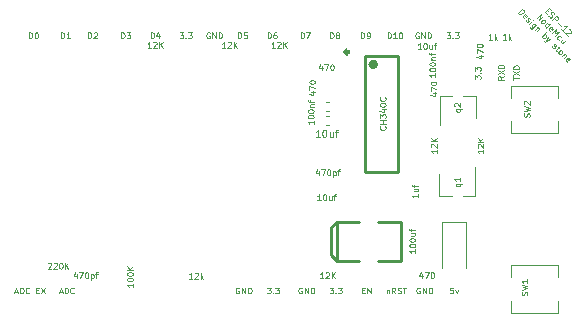
<source format=gbr>
%TF.GenerationSoftware,KiCad,Pcbnew,(6.0.0)*%
%TF.CreationDate,2022-01-20T22:55:17+08:00*%
%TF.ProjectId,NodeMcu,4e6f6465-4d63-4752-9e6b-696361645f70,rev?*%
%TF.SameCoordinates,Original*%
%TF.FileFunction,Legend,Top*%
%TF.FilePolarity,Positive*%
%FSLAX46Y46*%
G04 Gerber Fmt 4.6, Leading zero omitted, Abs format (unit mm)*
G04 Created by KiCad (PCBNEW (6.0.0)) date 2022-01-20 22:55:17*
%MOMM*%
%LPD*%
G01*
G04 APERTURE LIST*
%ADD10C,0.050000*%
%ADD11C,0.100000*%
%ADD12C,0.120000*%
%ADD13C,0.254000*%
%ADD14C,0.300000*%
%ADD15C,0.400000*%
G04 APERTURE END LIST*
D10*
X116819047Y-74850000D02*
X116771428Y-74826190D01*
X116700000Y-74826190D01*
X116628571Y-74850000D01*
X116580952Y-74897619D01*
X116557142Y-74945238D01*
X116533333Y-75040476D01*
X116533333Y-75111904D01*
X116557142Y-75207142D01*
X116580952Y-75254761D01*
X116628571Y-75302380D01*
X116700000Y-75326190D01*
X116747619Y-75326190D01*
X116819047Y-75302380D01*
X116842857Y-75278571D01*
X116842857Y-75111904D01*
X116747619Y-75111904D01*
X117057142Y-75326190D02*
X117057142Y-74826190D01*
X117342857Y-75326190D01*
X117342857Y-74826190D01*
X117580952Y-75326190D02*
X117580952Y-74826190D01*
X117700000Y-74826190D01*
X117771428Y-74850000D01*
X117819047Y-74897619D01*
X117842857Y-74945238D01*
X117866666Y-75040476D01*
X117866666Y-75111904D01*
X117842857Y-75207142D01*
X117819047Y-75254761D01*
X117771428Y-75302380D01*
X117700000Y-75326190D01*
X117580952Y-75326190D01*
X129628571Y-74826190D02*
X129390476Y-74826190D01*
X129366666Y-75064285D01*
X129390476Y-75040476D01*
X129438095Y-75016666D01*
X129557142Y-75016666D01*
X129604761Y-75040476D01*
X129628571Y-75064285D01*
X129652380Y-75111904D01*
X129652380Y-75230952D01*
X129628571Y-75278571D01*
X129604761Y-75302380D01*
X129557142Y-75326190D01*
X129438095Y-75326190D01*
X129390476Y-75302380D01*
X129366666Y-75278571D01*
X129819047Y-74992857D02*
X129938095Y-75326190D01*
X130057142Y-74992857D01*
X106476190Y-53226190D02*
X106785714Y-53226190D01*
X106619047Y-53416666D01*
X106690476Y-53416666D01*
X106738095Y-53440476D01*
X106761904Y-53464285D01*
X106785714Y-53511904D01*
X106785714Y-53630952D01*
X106761904Y-53678571D01*
X106738095Y-53702380D01*
X106690476Y-53726190D01*
X106547619Y-53726190D01*
X106500000Y-53702380D01*
X106476190Y-53678571D01*
X107000000Y-53678571D02*
X107023809Y-53702380D01*
X107000000Y-53726190D01*
X106976190Y-53702380D01*
X107000000Y-53678571D01*
X107000000Y-53726190D01*
X107190476Y-53226190D02*
X107500000Y-53226190D01*
X107333333Y-53416666D01*
X107404761Y-53416666D01*
X107452380Y-53440476D01*
X107476190Y-53464285D01*
X107500000Y-53511904D01*
X107500000Y-53630952D01*
X107476190Y-53678571D01*
X107452380Y-53702380D01*
X107404761Y-53726190D01*
X107261904Y-53726190D01*
X107214285Y-53702380D01*
X107190476Y-53678571D01*
X93730952Y-53726190D02*
X93730952Y-53226190D01*
X93850000Y-53226190D01*
X93921428Y-53250000D01*
X93969047Y-53297619D01*
X93992857Y-53345238D01*
X94016666Y-53440476D01*
X94016666Y-53511904D01*
X93992857Y-53607142D01*
X93969047Y-53654761D01*
X93921428Y-53702380D01*
X93850000Y-53726190D01*
X93730952Y-53726190D01*
X94326190Y-53226190D02*
X94373809Y-53226190D01*
X94421428Y-53250000D01*
X94445238Y-53273809D01*
X94469047Y-53321428D01*
X94492857Y-53416666D01*
X94492857Y-53535714D01*
X94469047Y-53630952D01*
X94445238Y-53678571D01*
X94421428Y-53702380D01*
X94373809Y-53726190D01*
X94326190Y-53726190D01*
X94278571Y-53702380D01*
X94254761Y-53678571D01*
X94230952Y-53630952D01*
X94207142Y-53535714D01*
X94207142Y-53416666D01*
X94230952Y-53321428D01*
X94254761Y-53273809D01*
X94278571Y-53250000D01*
X94326190Y-53226190D01*
X98730952Y-53726190D02*
X98730952Y-53226190D01*
X98850000Y-53226190D01*
X98921428Y-53250000D01*
X98969047Y-53297619D01*
X98992857Y-53345238D01*
X99016666Y-53440476D01*
X99016666Y-53511904D01*
X98992857Y-53607142D01*
X98969047Y-53654761D01*
X98921428Y-53702380D01*
X98850000Y-53726190D01*
X98730952Y-53726190D01*
X99207142Y-53273809D02*
X99230952Y-53250000D01*
X99278571Y-53226190D01*
X99397619Y-53226190D01*
X99445238Y-53250000D01*
X99469047Y-53273809D01*
X99492857Y-53321428D01*
X99492857Y-53369047D01*
X99469047Y-53440476D01*
X99183333Y-53726190D01*
X99492857Y-53726190D01*
X124092857Y-53726190D02*
X124092857Y-53226190D01*
X124211904Y-53226190D01*
X124283333Y-53250000D01*
X124330952Y-53297619D01*
X124354761Y-53345238D01*
X124378571Y-53440476D01*
X124378571Y-53511904D01*
X124354761Y-53607142D01*
X124330952Y-53654761D01*
X124283333Y-53702380D01*
X124211904Y-53726190D01*
X124092857Y-53726190D01*
X124854761Y-53726190D02*
X124569047Y-53726190D01*
X124711904Y-53726190D02*
X124711904Y-53226190D01*
X124664285Y-53297619D01*
X124616666Y-53345238D01*
X124569047Y-53369047D01*
X125164285Y-53226190D02*
X125211904Y-53226190D01*
X125259523Y-53250000D01*
X125283333Y-53273809D01*
X125307142Y-53321428D01*
X125330952Y-53416666D01*
X125330952Y-53535714D01*
X125307142Y-53630952D01*
X125283333Y-53678571D01*
X125259523Y-53702380D01*
X125211904Y-53726190D01*
X125164285Y-53726190D01*
X125116666Y-53702380D01*
X125092857Y-53678571D01*
X125069047Y-53630952D01*
X125045238Y-53535714D01*
X125045238Y-53416666D01*
X125069047Y-53321428D01*
X125092857Y-53273809D01*
X125116666Y-53250000D01*
X125164285Y-53226190D01*
X101530952Y-53726190D02*
X101530952Y-53226190D01*
X101650000Y-53226190D01*
X101721428Y-53250000D01*
X101769047Y-53297619D01*
X101792857Y-53345238D01*
X101816666Y-53440476D01*
X101816666Y-53511904D01*
X101792857Y-53607142D01*
X101769047Y-53654761D01*
X101721428Y-53702380D01*
X101650000Y-53726190D01*
X101530952Y-53726190D01*
X101983333Y-53226190D02*
X102292857Y-53226190D01*
X102126190Y-53416666D01*
X102197619Y-53416666D01*
X102245238Y-53440476D01*
X102269047Y-53464285D01*
X102292857Y-53511904D01*
X102292857Y-53630952D01*
X102269047Y-53678571D01*
X102245238Y-53702380D01*
X102197619Y-53726190D01*
X102054761Y-53726190D01*
X102007142Y-53702380D01*
X101983333Y-53678571D01*
X111430952Y-53726190D02*
X111430952Y-53226190D01*
X111550000Y-53226190D01*
X111621428Y-53250000D01*
X111669047Y-53297619D01*
X111692857Y-53345238D01*
X111716666Y-53440476D01*
X111716666Y-53511904D01*
X111692857Y-53607142D01*
X111669047Y-53654761D01*
X111621428Y-53702380D01*
X111550000Y-53726190D01*
X111430952Y-53726190D01*
X112169047Y-53226190D02*
X111930952Y-53226190D01*
X111907142Y-53464285D01*
X111930952Y-53440476D01*
X111978571Y-53416666D01*
X112097619Y-53416666D01*
X112145238Y-53440476D01*
X112169047Y-53464285D01*
X112192857Y-53511904D01*
X112192857Y-53630952D01*
X112169047Y-53678571D01*
X112145238Y-53702380D01*
X112097619Y-53726190D01*
X111978571Y-53726190D01*
X111930952Y-53702380D01*
X111907142Y-53678571D01*
X124014285Y-74992857D02*
X124014285Y-75326190D01*
X124014285Y-75040476D02*
X124038095Y-75016666D01*
X124085714Y-74992857D01*
X124157142Y-74992857D01*
X124204761Y-75016666D01*
X124228571Y-75064285D01*
X124228571Y-75326190D01*
X124752380Y-75326190D02*
X124585714Y-75088095D01*
X124466666Y-75326190D02*
X124466666Y-74826190D01*
X124657142Y-74826190D01*
X124704761Y-74850000D01*
X124728571Y-74873809D01*
X124752380Y-74921428D01*
X124752380Y-74992857D01*
X124728571Y-75040476D01*
X124704761Y-75064285D01*
X124657142Y-75088095D01*
X124466666Y-75088095D01*
X124942857Y-75302380D02*
X125014285Y-75326190D01*
X125133333Y-75326190D01*
X125180952Y-75302380D01*
X125204761Y-75278571D01*
X125228571Y-75230952D01*
X125228571Y-75183333D01*
X125204761Y-75135714D01*
X125180952Y-75111904D01*
X125133333Y-75088095D01*
X125038095Y-75064285D01*
X124990476Y-75040476D01*
X124966666Y-75016666D01*
X124942857Y-74969047D01*
X124942857Y-74921428D01*
X124966666Y-74873809D01*
X124990476Y-74850000D01*
X125038095Y-74826190D01*
X125157142Y-74826190D01*
X125228571Y-74850000D01*
X125371428Y-74826190D02*
X125657142Y-74826190D01*
X125514285Y-75326190D02*
X125514285Y-74826190D01*
X109019047Y-53250000D02*
X108971428Y-53226190D01*
X108900000Y-53226190D01*
X108828571Y-53250000D01*
X108780952Y-53297619D01*
X108757142Y-53345238D01*
X108733333Y-53440476D01*
X108733333Y-53511904D01*
X108757142Y-53607142D01*
X108780952Y-53654761D01*
X108828571Y-53702380D01*
X108900000Y-53726190D01*
X108947619Y-53726190D01*
X109019047Y-53702380D01*
X109042857Y-53678571D01*
X109042857Y-53511904D01*
X108947619Y-53511904D01*
X109257142Y-53726190D02*
X109257142Y-53226190D01*
X109542857Y-53726190D01*
X109542857Y-53226190D01*
X109780952Y-53726190D02*
X109780952Y-53226190D01*
X109900000Y-53226190D01*
X109971428Y-53250000D01*
X110019047Y-53297619D01*
X110042857Y-53345238D01*
X110066666Y-53440476D01*
X110066666Y-53511904D01*
X110042857Y-53607142D01*
X110019047Y-53654761D01*
X109971428Y-53702380D01*
X109900000Y-53726190D01*
X109780952Y-53726190D01*
X113930952Y-53726190D02*
X113930952Y-53226190D01*
X114050000Y-53226190D01*
X114121428Y-53250000D01*
X114169047Y-53297619D01*
X114192857Y-53345238D01*
X114216666Y-53440476D01*
X114216666Y-53511904D01*
X114192857Y-53607142D01*
X114169047Y-53654761D01*
X114121428Y-53702380D01*
X114050000Y-53726190D01*
X113930952Y-53726190D01*
X114645238Y-53226190D02*
X114550000Y-53226190D01*
X114502380Y-53250000D01*
X114478571Y-53273809D01*
X114430952Y-53345238D01*
X114407142Y-53440476D01*
X114407142Y-53630952D01*
X114430952Y-53678571D01*
X114454761Y-53702380D01*
X114502380Y-53726190D01*
X114597619Y-53726190D01*
X114645238Y-53702380D01*
X114669047Y-53678571D01*
X114692857Y-53630952D01*
X114692857Y-53511904D01*
X114669047Y-53464285D01*
X114645238Y-53440476D01*
X114597619Y-53416666D01*
X114502380Y-53416666D01*
X114454761Y-53440476D01*
X114430952Y-53464285D01*
X114407142Y-53511904D01*
D11*
X137561386Y-51334633D02*
X137679237Y-51452484D01*
X137544550Y-51688186D02*
X137376191Y-51519828D01*
X137729744Y-51166274D01*
X137898103Y-51334633D01*
X137696073Y-51806037D02*
X137729744Y-51873381D01*
X137813924Y-51957560D01*
X137864431Y-51974396D01*
X137898103Y-51974396D01*
X137948611Y-51957560D01*
X137982282Y-51923889D01*
X137999118Y-51873381D01*
X137999118Y-51839709D01*
X137982282Y-51789202D01*
X137931775Y-51705022D01*
X137914939Y-51654515D01*
X137914939Y-51620843D01*
X137931775Y-51570335D01*
X137965447Y-51536663D01*
X138015954Y-51519828D01*
X138049626Y-51519828D01*
X138100134Y-51536663D01*
X138184313Y-51620843D01*
X138217985Y-51688186D01*
X138032790Y-52176427D02*
X138386343Y-51822873D01*
X138521030Y-51957560D01*
X138537866Y-52008068D01*
X138537866Y-52041740D01*
X138521030Y-52092247D01*
X138470523Y-52142755D01*
X138420015Y-52159591D01*
X138386343Y-52159591D01*
X138335836Y-52142755D01*
X138201149Y-52008068D01*
X138521030Y-52395293D02*
X138790404Y-52664667D01*
X139009271Y-53152907D02*
X138807240Y-52950877D01*
X138908256Y-53051892D02*
X139261809Y-52698339D01*
X139177630Y-52715175D01*
X139110286Y-52715175D01*
X139059778Y-52698339D01*
X139463839Y-52967713D02*
X139497511Y-52967713D01*
X139548019Y-52984549D01*
X139632198Y-53068728D01*
X139649034Y-53119236D01*
X139649034Y-53152907D01*
X139632198Y-53203415D01*
X139598526Y-53237087D01*
X139531183Y-53270759D01*
X139127122Y-53270759D01*
X139345988Y-53489625D01*
X136697537Y-51979615D02*
X137051090Y-51626062D01*
X136899567Y-52181646D01*
X137253121Y-51828092D01*
X137118434Y-52400512D02*
X137101598Y-52350005D01*
X137101598Y-52316333D01*
X137118434Y-52265825D01*
X137219449Y-52164810D01*
X137269956Y-52147974D01*
X137303628Y-52147974D01*
X137354136Y-52164810D01*
X137404643Y-52215318D01*
X137421479Y-52265825D01*
X137421479Y-52299497D01*
X137404643Y-52350005D01*
X137303628Y-52451020D01*
X137253121Y-52467856D01*
X137219449Y-52467856D01*
X137168941Y-52451020D01*
X137118434Y-52400512D01*
X137539330Y-52821409D02*
X137892884Y-52467856D01*
X137556166Y-52804573D02*
X137505659Y-52787737D01*
X137438315Y-52720394D01*
X137421479Y-52669886D01*
X137421479Y-52636214D01*
X137438315Y-52585707D01*
X137539330Y-52484692D01*
X137589838Y-52467856D01*
X137623510Y-52467856D01*
X137674017Y-52484692D01*
X137741361Y-52552035D01*
X137758197Y-52602543D01*
X137859212Y-53107619D02*
X137808704Y-53090783D01*
X137741361Y-53023440D01*
X137724525Y-52972932D01*
X137741361Y-52922424D01*
X137876048Y-52787737D01*
X137926556Y-52770901D01*
X137977063Y-52787737D01*
X138044407Y-52855081D01*
X138061243Y-52905588D01*
X138044407Y-52956096D01*
X138010735Y-52989768D01*
X137808704Y-52855081D01*
X138010735Y-53292814D02*
X138364288Y-52939260D01*
X138229601Y-53309650D01*
X138599991Y-53174963D01*
X138246437Y-53528516D01*
X138583155Y-53831562D02*
X138532647Y-53814726D01*
X138465304Y-53747382D01*
X138448468Y-53696875D01*
X138448468Y-53663203D01*
X138465304Y-53612695D01*
X138566319Y-53511680D01*
X138616827Y-53494844D01*
X138650498Y-53494844D01*
X138701006Y-53511680D01*
X138768349Y-53579024D01*
X138785185Y-53629531D01*
X139105067Y-53915741D02*
X138869365Y-54151443D01*
X138953544Y-53764218D02*
X138768349Y-53949413D01*
X138751514Y-53999920D01*
X138768349Y-54050428D01*
X138818857Y-54100936D01*
X138869365Y-54117772D01*
X138903036Y-54117772D01*
X135143417Y-51563938D02*
X135496970Y-51210384D01*
X135581150Y-51294564D01*
X135614821Y-51361907D01*
X135614821Y-51429251D01*
X135597986Y-51479758D01*
X135547478Y-51563938D01*
X135496970Y-51614445D01*
X135412791Y-51664953D01*
X135362283Y-51681789D01*
X135294940Y-51681789D01*
X135227596Y-51648117D01*
X135143417Y-51563938D01*
X135648493Y-52035342D02*
X135597986Y-52018506D01*
X135530642Y-51951163D01*
X135513806Y-51900655D01*
X135530642Y-51850147D01*
X135665329Y-51715460D01*
X135715837Y-51698625D01*
X135766344Y-51715460D01*
X135833688Y-51782804D01*
X135850524Y-51833312D01*
X135833688Y-51883819D01*
X135800016Y-51917491D01*
X135597986Y-51782804D01*
X135800016Y-52186865D02*
X135816852Y-52237373D01*
X135884195Y-52304716D01*
X135934703Y-52321552D01*
X135985211Y-52304716D01*
X136002047Y-52287880D01*
X136018883Y-52237373D01*
X136002047Y-52186865D01*
X135951539Y-52136357D01*
X135934703Y-52085850D01*
X135951539Y-52035342D01*
X135968375Y-52018506D01*
X136018883Y-52001670D01*
X136069390Y-52018506D01*
X136119898Y-52069014D01*
X136136734Y-52119522D01*
X136086226Y-52506747D02*
X136321928Y-52271044D01*
X136439779Y-52153193D02*
X136406108Y-52153193D01*
X136406108Y-52186865D01*
X136439779Y-52186865D01*
X136439779Y-52153193D01*
X136406108Y-52186865D01*
X136641810Y-52590926D02*
X136355600Y-52877136D01*
X136305092Y-52893972D01*
X136271421Y-52893972D01*
X136220913Y-52877136D01*
X136170405Y-52826628D01*
X136153570Y-52776121D01*
X136422944Y-52809792D02*
X136372436Y-52792957D01*
X136305092Y-52725613D01*
X136288257Y-52675105D01*
X136288257Y-52641434D01*
X136305092Y-52590926D01*
X136406108Y-52489911D01*
X136456615Y-52473075D01*
X136490287Y-52473075D01*
X136540795Y-52489911D01*
X136608138Y-52557254D01*
X136624974Y-52607762D01*
X136810169Y-52759285D02*
X136574466Y-52994987D01*
X136776497Y-52792957D02*
X136810169Y-52792957D01*
X136860676Y-52809792D01*
X136911184Y-52860300D01*
X136928020Y-52910808D01*
X136911184Y-52961315D01*
X136725989Y-53146510D01*
X137163722Y-53584243D02*
X137517275Y-53230689D01*
X137382588Y-53365376D02*
X137433096Y-53382212D01*
X137500440Y-53449556D01*
X137517275Y-53500063D01*
X137517275Y-53533735D01*
X137500440Y-53584243D01*
X137399424Y-53685258D01*
X137348917Y-53702094D01*
X137315245Y-53702094D01*
X137264737Y-53685258D01*
X137197394Y-53617914D01*
X137180558Y-53567407D01*
X137685634Y-53634750D02*
X137534111Y-53954632D01*
X137853993Y-53803109D02*
X137534111Y-53954632D01*
X137416260Y-54005140D01*
X137382588Y-54005140D01*
X137332081Y-53988304D01*
X138022352Y-54409201D02*
X138039188Y-54459708D01*
X138106531Y-54527052D01*
X138157039Y-54543888D01*
X138207546Y-54527052D01*
X138224382Y-54510216D01*
X138241218Y-54459708D01*
X138224382Y-54409201D01*
X138173875Y-54358693D01*
X138157039Y-54308185D01*
X138173875Y-54257678D01*
X138190710Y-54240842D01*
X138241218Y-54224006D01*
X138291726Y-54240842D01*
X138342233Y-54291349D01*
X138359069Y-54341857D01*
X138493756Y-54442872D02*
X138628443Y-54577559D01*
X138662115Y-54375529D02*
X138359069Y-54678575D01*
X138342233Y-54729082D01*
X138359069Y-54779590D01*
X138392741Y-54813262D01*
X138561100Y-54981620D02*
X138544264Y-54931113D01*
X138544264Y-54897441D01*
X138561100Y-54846933D01*
X138662115Y-54745918D01*
X138712623Y-54729082D01*
X138746294Y-54729082D01*
X138796802Y-54745918D01*
X138847310Y-54796426D01*
X138864146Y-54846933D01*
X138864146Y-54880605D01*
X138847310Y-54931113D01*
X138746294Y-55032128D01*
X138695787Y-55048964D01*
X138662115Y-55048964D01*
X138611607Y-55032128D01*
X138561100Y-54981620D01*
X139066176Y-55015292D02*
X138830474Y-55250994D01*
X139032504Y-55048964D02*
X139066176Y-55048964D01*
X139116684Y-55065800D01*
X139167191Y-55116307D01*
X139184027Y-55166815D01*
X139167191Y-55217323D01*
X138981997Y-55402517D01*
X139301878Y-55688727D02*
X139251371Y-55671891D01*
X139184027Y-55604548D01*
X139167191Y-55554040D01*
X139184027Y-55503533D01*
X139318714Y-55368846D01*
X139369222Y-55352010D01*
X139419729Y-55368846D01*
X139487073Y-55436189D01*
X139503909Y-55486697D01*
X139487073Y-55537204D01*
X139453401Y-55570876D01*
X139251371Y-55436189D01*
D10*
X121830952Y-53726190D02*
X121830952Y-53226190D01*
X121950000Y-53226190D01*
X122021428Y-53250000D01*
X122069047Y-53297619D01*
X122092857Y-53345238D01*
X122116666Y-53440476D01*
X122116666Y-53511904D01*
X122092857Y-53607142D01*
X122069047Y-53654761D01*
X122021428Y-53702380D01*
X121950000Y-53726190D01*
X121830952Y-53726190D01*
X122354761Y-53726190D02*
X122450000Y-53726190D01*
X122497619Y-53702380D01*
X122521428Y-53678571D01*
X122569047Y-53607142D01*
X122592857Y-53511904D01*
X122592857Y-53321428D01*
X122569047Y-53273809D01*
X122545238Y-53250000D01*
X122497619Y-53226190D01*
X122402380Y-53226190D01*
X122354761Y-53250000D01*
X122330952Y-53273809D01*
X122307142Y-53321428D01*
X122307142Y-53440476D01*
X122330952Y-53488095D01*
X122354761Y-53511904D01*
X122402380Y-53535714D01*
X122497619Y-53535714D01*
X122545238Y-53511904D01*
X122569047Y-53488095D01*
X122592857Y-53440476D01*
X96430952Y-53726190D02*
X96430952Y-53226190D01*
X96550000Y-53226190D01*
X96621428Y-53250000D01*
X96669047Y-53297619D01*
X96692857Y-53345238D01*
X96716666Y-53440476D01*
X96716666Y-53511904D01*
X96692857Y-53607142D01*
X96669047Y-53654761D01*
X96621428Y-53702380D01*
X96550000Y-53726190D01*
X96430952Y-53726190D01*
X97192857Y-53726190D02*
X96907142Y-53726190D01*
X97050000Y-53726190D02*
X97050000Y-53226190D01*
X97002380Y-53297619D01*
X96954761Y-53345238D01*
X96907142Y-53369047D01*
X121930952Y-75064285D02*
X122097619Y-75064285D01*
X122169047Y-75326190D02*
X121930952Y-75326190D01*
X121930952Y-74826190D01*
X122169047Y-74826190D01*
X122383333Y-75326190D02*
X122383333Y-74826190D01*
X122669047Y-75326190D01*
X122669047Y-74826190D01*
X129076190Y-53226190D02*
X129385714Y-53226190D01*
X129219047Y-53416666D01*
X129290476Y-53416666D01*
X129338095Y-53440476D01*
X129361904Y-53464285D01*
X129385714Y-53511904D01*
X129385714Y-53630952D01*
X129361904Y-53678571D01*
X129338095Y-53702380D01*
X129290476Y-53726190D01*
X129147619Y-53726190D01*
X129100000Y-53702380D01*
X129076190Y-53678571D01*
X129600000Y-53678571D02*
X129623809Y-53702380D01*
X129600000Y-53726190D01*
X129576190Y-53702380D01*
X129600000Y-53678571D01*
X129600000Y-53726190D01*
X129790476Y-53226190D02*
X130100000Y-53226190D01*
X129933333Y-53416666D01*
X130004761Y-53416666D01*
X130052380Y-53440476D01*
X130076190Y-53464285D01*
X130100000Y-53511904D01*
X130100000Y-53630952D01*
X130076190Y-53678571D01*
X130052380Y-53702380D01*
X130004761Y-53726190D01*
X129861904Y-53726190D01*
X129814285Y-53702380D01*
X129790476Y-53678571D01*
X116730952Y-53726190D02*
X116730952Y-53226190D01*
X116850000Y-53226190D01*
X116921428Y-53250000D01*
X116969047Y-53297619D01*
X116992857Y-53345238D01*
X117016666Y-53440476D01*
X117016666Y-53511904D01*
X116992857Y-53607142D01*
X116969047Y-53654761D01*
X116921428Y-53702380D01*
X116850000Y-53726190D01*
X116730952Y-53726190D01*
X117183333Y-53226190D02*
X117516666Y-53226190D01*
X117302380Y-53726190D01*
X111519047Y-74850000D02*
X111471428Y-74826190D01*
X111400000Y-74826190D01*
X111328571Y-74850000D01*
X111280952Y-74897619D01*
X111257142Y-74945238D01*
X111233333Y-75040476D01*
X111233333Y-75111904D01*
X111257142Y-75207142D01*
X111280952Y-75254761D01*
X111328571Y-75302380D01*
X111400000Y-75326190D01*
X111447619Y-75326190D01*
X111519047Y-75302380D01*
X111542857Y-75278571D01*
X111542857Y-75111904D01*
X111447619Y-75111904D01*
X111757142Y-75326190D02*
X111757142Y-74826190D01*
X112042857Y-75326190D01*
X112042857Y-74826190D01*
X112280952Y-75326190D02*
X112280952Y-74826190D01*
X112400000Y-74826190D01*
X112471428Y-74850000D01*
X112519047Y-74897619D01*
X112542857Y-74945238D01*
X112566666Y-75040476D01*
X112566666Y-75111904D01*
X112542857Y-75207142D01*
X112519047Y-75254761D01*
X112471428Y-75302380D01*
X112400000Y-75326190D01*
X112280952Y-75326190D01*
X119230952Y-53726190D02*
X119230952Y-53226190D01*
X119350000Y-53226190D01*
X119421428Y-53250000D01*
X119469047Y-53297619D01*
X119492857Y-53345238D01*
X119516666Y-53440476D01*
X119516666Y-53511904D01*
X119492857Y-53607142D01*
X119469047Y-53654761D01*
X119421428Y-53702380D01*
X119350000Y-53726190D01*
X119230952Y-53726190D01*
X119802380Y-53440476D02*
X119754761Y-53416666D01*
X119730952Y-53392857D01*
X119707142Y-53345238D01*
X119707142Y-53321428D01*
X119730952Y-53273809D01*
X119754761Y-53250000D01*
X119802380Y-53226190D01*
X119897619Y-53226190D01*
X119945238Y-53250000D01*
X119969047Y-53273809D01*
X119992857Y-53321428D01*
X119992857Y-53345238D01*
X119969047Y-53392857D01*
X119945238Y-53416666D01*
X119897619Y-53440476D01*
X119802380Y-53440476D01*
X119754761Y-53464285D01*
X119730952Y-53488095D01*
X119707142Y-53535714D01*
X119707142Y-53630952D01*
X119730952Y-53678571D01*
X119754761Y-53702380D01*
X119802380Y-53726190D01*
X119897619Y-53726190D01*
X119945238Y-53702380D01*
X119969047Y-53678571D01*
X119992857Y-53630952D01*
X119992857Y-53535714D01*
X119969047Y-53488095D01*
X119945238Y-53464285D01*
X119897619Y-53440476D01*
X126819047Y-74850000D02*
X126771428Y-74826190D01*
X126700000Y-74826190D01*
X126628571Y-74850000D01*
X126580952Y-74897619D01*
X126557142Y-74945238D01*
X126533333Y-75040476D01*
X126533333Y-75111904D01*
X126557142Y-75207142D01*
X126580952Y-75254761D01*
X126628571Y-75302380D01*
X126700000Y-75326190D01*
X126747619Y-75326190D01*
X126819047Y-75302380D01*
X126842857Y-75278571D01*
X126842857Y-75111904D01*
X126747619Y-75111904D01*
X127057142Y-75326190D02*
X127057142Y-74826190D01*
X127342857Y-75326190D01*
X127342857Y-74826190D01*
X127580952Y-75326190D02*
X127580952Y-74826190D01*
X127700000Y-74826190D01*
X127771428Y-74850000D01*
X127819047Y-74897619D01*
X127842857Y-74945238D01*
X127866666Y-75040476D01*
X127866666Y-75111904D01*
X127842857Y-75207142D01*
X127819047Y-75254761D01*
X127771428Y-75302380D01*
X127700000Y-75326190D01*
X127580952Y-75326190D01*
X113876190Y-74826190D02*
X114185714Y-74826190D01*
X114019047Y-75016666D01*
X114090476Y-75016666D01*
X114138095Y-75040476D01*
X114161904Y-75064285D01*
X114185714Y-75111904D01*
X114185714Y-75230952D01*
X114161904Y-75278571D01*
X114138095Y-75302380D01*
X114090476Y-75326190D01*
X113947619Y-75326190D01*
X113900000Y-75302380D01*
X113876190Y-75278571D01*
X114400000Y-75278571D02*
X114423809Y-75302380D01*
X114400000Y-75326190D01*
X114376190Y-75302380D01*
X114400000Y-75278571D01*
X114400000Y-75326190D01*
X114590476Y-74826190D02*
X114900000Y-74826190D01*
X114733333Y-75016666D01*
X114804761Y-75016666D01*
X114852380Y-75040476D01*
X114876190Y-75064285D01*
X114900000Y-75111904D01*
X114900000Y-75230952D01*
X114876190Y-75278571D01*
X114852380Y-75302380D01*
X114804761Y-75326190D01*
X114661904Y-75326190D01*
X114614285Y-75302380D01*
X114590476Y-75278571D01*
X92526190Y-75183333D02*
X92764285Y-75183333D01*
X92478571Y-75326190D02*
X92645238Y-74826190D01*
X92811904Y-75326190D01*
X92978571Y-75326190D02*
X92978571Y-74826190D01*
X93097619Y-74826190D01*
X93169047Y-74850000D01*
X93216666Y-74897619D01*
X93240476Y-74945238D01*
X93264285Y-75040476D01*
X93264285Y-75111904D01*
X93240476Y-75207142D01*
X93216666Y-75254761D01*
X93169047Y-75302380D01*
X93097619Y-75326190D01*
X92978571Y-75326190D01*
X93764285Y-75278571D02*
X93740476Y-75302380D01*
X93669047Y-75326190D01*
X93621428Y-75326190D01*
X93550000Y-75302380D01*
X93502380Y-75254761D01*
X93478571Y-75207142D01*
X93454761Y-75111904D01*
X93454761Y-75040476D01*
X93478571Y-74945238D01*
X93502380Y-74897619D01*
X93550000Y-74850000D01*
X93621428Y-74826190D01*
X93669047Y-74826190D01*
X93740476Y-74850000D01*
X93764285Y-74873809D01*
X94359523Y-75064285D02*
X94526190Y-75064285D01*
X94597619Y-75326190D02*
X94359523Y-75326190D01*
X94359523Y-74826190D01*
X94597619Y-74826190D01*
X94764285Y-74826190D02*
X95097619Y-75326190D01*
X95097619Y-74826190D02*
X94764285Y-75326190D01*
X119176190Y-74826190D02*
X119485714Y-74826190D01*
X119319047Y-75016666D01*
X119390476Y-75016666D01*
X119438095Y-75040476D01*
X119461904Y-75064285D01*
X119485714Y-75111904D01*
X119485714Y-75230952D01*
X119461904Y-75278571D01*
X119438095Y-75302380D01*
X119390476Y-75326190D01*
X119247619Y-75326190D01*
X119200000Y-75302380D01*
X119176190Y-75278571D01*
X119700000Y-75278571D02*
X119723809Y-75302380D01*
X119700000Y-75326190D01*
X119676190Y-75302380D01*
X119700000Y-75278571D01*
X119700000Y-75326190D01*
X119890476Y-74826190D02*
X120200000Y-74826190D01*
X120033333Y-75016666D01*
X120104761Y-75016666D01*
X120152380Y-75040476D01*
X120176190Y-75064285D01*
X120200000Y-75111904D01*
X120200000Y-75230952D01*
X120176190Y-75278571D01*
X120152380Y-75302380D01*
X120104761Y-75326190D01*
X119961904Y-75326190D01*
X119914285Y-75302380D01*
X119890476Y-75278571D01*
X96280952Y-75183333D02*
X96519047Y-75183333D01*
X96233333Y-75326190D02*
X96400000Y-74826190D01*
X96566666Y-75326190D01*
X96733333Y-75326190D02*
X96733333Y-74826190D01*
X96852380Y-74826190D01*
X96923809Y-74850000D01*
X96971428Y-74897619D01*
X96995238Y-74945238D01*
X97019047Y-75040476D01*
X97019047Y-75111904D01*
X96995238Y-75207142D01*
X96971428Y-75254761D01*
X96923809Y-75302380D01*
X96852380Y-75326190D01*
X96733333Y-75326190D01*
X97519047Y-75278571D02*
X97495238Y-75302380D01*
X97423809Y-75326190D01*
X97376190Y-75326190D01*
X97304761Y-75302380D01*
X97257142Y-75254761D01*
X97233333Y-75207142D01*
X97209523Y-75111904D01*
X97209523Y-75040476D01*
X97233333Y-74945238D01*
X97257142Y-74897619D01*
X97304761Y-74850000D01*
X97376190Y-74826190D01*
X97423809Y-74826190D01*
X97495238Y-74850000D01*
X97519047Y-74873809D01*
X126719047Y-53250000D02*
X126671428Y-53226190D01*
X126600000Y-53226190D01*
X126528571Y-53250000D01*
X126480952Y-53297619D01*
X126457142Y-53345238D01*
X126433333Y-53440476D01*
X126433333Y-53511904D01*
X126457142Y-53607142D01*
X126480952Y-53654761D01*
X126528571Y-53702380D01*
X126600000Y-53726190D01*
X126647619Y-53726190D01*
X126719047Y-53702380D01*
X126742857Y-53678571D01*
X126742857Y-53511904D01*
X126647619Y-53511904D01*
X126957142Y-53726190D02*
X126957142Y-53226190D01*
X127242857Y-53726190D01*
X127242857Y-53226190D01*
X127480952Y-53726190D02*
X127480952Y-53226190D01*
X127600000Y-53226190D01*
X127671428Y-53250000D01*
X127719047Y-53297619D01*
X127742857Y-53345238D01*
X127766666Y-53440476D01*
X127766666Y-53511904D01*
X127742857Y-53607142D01*
X127719047Y-53654761D01*
X127671428Y-53702380D01*
X127600000Y-53726190D01*
X127480952Y-53726190D01*
X104030952Y-53726190D02*
X104030952Y-53226190D01*
X104150000Y-53226190D01*
X104221428Y-53250000D01*
X104269047Y-53297619D01*
X104292857Y-53345238D01*
X104316666Y-53440476D01*
X104316666Y-53511904D01*
X104292857Y-53607142D01*
X104269047Y-53654761D01*
X104221428Y-53702380D01*
X104150000Y-53726190D01*
X104030952Y-53726190D01*
X104745238Y-53392857D02*
X104745238Y-53726190D01*
X104626190Y-53202380D02*
X104507142Y-53559523D01*
X104816666Y-53559523D01*
D11*
%TO.C,R5*%
X132940476Y-53826190D02*
X132654761Y-53826190D01*
X132797619Y-53826190D02*
X132797619Y-53326190D01*
X132750000Y-53397619D01*
X132702380Y-53445238D01*
X132654761Y-53469047D01*
X133154761Y-53826190D02*
X133154761Y-53326190D01*
X133202380Y-53635714D02*
X133345238Y-53826190D01*
X133345238Y-53492857D02*
X133154761Y-53683333D01*
%TO.C,R10*%
X118654761Y-74026190D02*
X118369047Y-74026190D01*
X118511904Y-74026190D02*
X118511904Y-73526190D01*
X118464285Y-73597619D01*
X118416666Y-73645238D01*
X118369047Y-73669047D01*
X118845238Y-73573809D02*
X118869047Y-73550000D01*
X118916666Y-73526190D01*
X119035714Y-73526190D01*
X119083333Y-73550000D01*
X119107142Y-73573809D01*
X119130952Y-73621428D01*
X119130952Y-73669047D01*
X119107142Y-73740476D01*
X118821428Y-74026190D01*
X119130952Y-74026190D01*
X119345238Y-74026190D02*
X119345238Y-73526190D01*
X119630952Y-74026190D02*
X119416666Y-73740476D01*
X119630952Y-73526190D02*
X119345238Y-73811904D01*
%TO.C,R17*%
X102526190Y-74483333D02*
X102526190Y-74769047D01*
X102526190Y-74626190D02*
X102026190Y-74626190D01*
X102097619Y-74673809D01*
X102145238Y-74721428D01*
X102169047Y-74769047D01*
X102026190Y-74173809D02*
X102026190Y-74126190D01*
X102050000Y-74078571D01*
X102073809Y-74054761D01*
X102121428Y-74030952D01*
X102216666Y-74007142D01*
X102335714Y-74007142D01*
X102430952Y-74030952D01*
X102478571Y-74054761D01*
X102502380Y-74078571D01*
X102526190Y-74126190D01*
X102526190Y-74173809D01*
X102502380Y-74221428D01*
X102478571Y-74245238D01*
X102430952Y-74269047D01*
X102335714Y-74292857D01*
X102216666Y-74292857D01*
X102121428Y-74269047D01*
X102073809Y-74245238D01*
X102050000Y-74221428D01*
X102026190Y-74173809D01*
X102026190Y-73697619D02*
X102026190Y-73650000D01*
X102050000Y-73602380D01*
X102073809Y-73578571D01*
X102121428Y-73554761D01*
X102216666Y-73530952D01*
X102335714Y-73530952D01*
X102430952Y-73554761D01*
X102478571Y-73578571D01*
X102502380Y-73602380D01*
X102526190Y-73650000D01*
X102526190Y-73697619D01*
X102502380Y-73745238D01*
X102478571Y-73769047D01*
X102430952Y-73792857D01*
X102335714Y-73816666D01*
X102216666Y-73816666D01*
X102121428Y-73792857D01*
X102073809Y-73769047D01*
X102050000Y-73745238D01*
X102026190Y-73697619D01*
X102526190Y-73316666D02*
X102026190Y-73316666D01*
X102526190Y-73030952D02*
X102240476Y-73245238D01*
X102026190Y-73030952D02*
X102311904Y-73316666D01*
%TO.C,Q2*%
X129892857Y-59705952D02*
X130392857Y-59705952D01*
X130202380Y-59705952D02*
X130226190Y-59753571D01*
X130226190Y-59848809D01*
X130202380Y-59896428D01*
X130178571Y-59920238D01*
X130130952Y-59944047D01*
X129988095Y-59944047D01*
X129940476Y-59920238D01*
X129916666Y-59896428D01*
X129892857Y-59848809D01*
X129892857Y-59753571D01*
X129916666Y-59705952D01*
X129773809Y-59491666D02*
X129750000Y-59467857D01*
X129726190Y-59420238D01*
X129726190Y-59301190D01*
X129750000Y-59253571D01*
X129773809Y-59229761D01*
X129821428Y-59205952D01*
X129869047Y-59205952D01*
X129940476Y-59229761D01*
X130226190Y-59515476D01*
X130226190Y-59205952D01*
%TO.C,R14*%
X132201190Y-63160238D02*
X132201190Y-63445952D01*
X132201190Y-63303095D02*
X131701190Y-63303095D01*
X131772619Y-63350714D01*
X131820238Y-63398333D01*
X131844047Y-63445952D01*
X131748809Y-62969761D02*
X131725000Y-62945952D01*
X131701190Y-62898333D01*
X131701190Y-62779285D01*
X131725000Y-62731666D01*
X131748809Y-62707857D01*
X131796428Y-62684047D01*
X131844047Y-62684047D01*
X131915476Y-62707857D01*
X132201190Y-62993571D01*
X132201190Y-62684047D01*
X132201190Y-62469761D02*
X131701190Y-62469761D01*
X132201190Y-62184047D02*
X131915476Y-62398333D01*
X131701190Y-62184047D02*
X131986904Y-62469761D01*
%TO.C,R2*%
X104054761Y-54526190D02*
X103769047Y-54526190D01*
X103911904Y-54526190D02*
X103911904Y-54026190D01*
X103864285Y-54097619D01*
X103816666Y-54145238D01*
X103769047Y-54169047D01*
X104245238Y-54073809D02*
X104269047Y-54050000D01*
X104316666Y-54026190D01*
X104435714Y-54026190D01*
X104483333Y-54050000D01*
X104507142Y-54073809D01*
X104530952Y-54121428D01*
X104530952Y-54169047D01*
X104507142Y-54240476D01*
X104221428Y-54526190D01*
X104530952Y-54526190D01*
X104745238Y-54526190D02*
X104745238Y-54026190D01*
X105030952Y-54526190D02*
X104816666Y-54240476D01*
X105030952Y-54026190D02*
X104745238Y-54311904D01*
%TO.C,R11*%
X114554761Y-54526190D02*
X114269047Y-54526190D01*
X114411904Y-54526190D02*
X114411904Y-54026190D01*
X114364285Y-54097619D01*
X114316666Y-54145238D01*
X114269047Y-54169047D01*
X114745238Y-54073809D02*
X114769047Y-54050000D01*
X114816666Y-54026190D01*
X114935714Y-54026190D01*
X114983333Y-54050000D01*
X115007142Y-54073809D01*
X115030952Y-54121428D01*
X115030952Y-54169047D01*
X115007142Y-54240476D01*
X114721428Y-54526190D01*
X115030952Y-54526190D01*
X115245238Y-54526190D02*
X115245238Y-54026190D01*
X115530952Y-54526190D02*
X115316666Y-54240476D01*
X115530952Y-54026190D02*
X115245238Y-54311904D01*
%TO.C,SW2*%
X136102380Y-60366666D02*
X136126190Y-60295238D01*
X136126190Y-60176190D01*
X136102380Y-60128571D01*
X136078571Y-60104761D01*
X136030952Y-60080952D01*
X135983333Y-60080952D01*
X135935714Y-60104761D01*
X135911904Y-60128571D01*
X135888095Y-60176190D01*
X135864285Y-60271428D01*
X135840476Y-60319047D01*
X135816666Y-60342857D01*
X135769047Y-60366666D01*
X135721428Y-60366666D01*
X135673809Y-60342857D01*
X135650000Y-60319047D01*
X135626190Y-60271428D01*
X135626190Y-60152380D01*
X135650000Y-60080952D01*
X135626190Y-59914285D02*
X136126190Y-59795238D01*
X135769047Y-59700000D01*
X136126190Y-59604761D01*
X135626190Y-59485714D01*
X135673809Y-59319047D02*
X135650000Y-59295238D01*
X135626190Y-59247619D01*
X135626190Y-59128571D01*
X135650000Y-59080952D01*
X135673809Y-59057142D01*
X135721428Y-59033333D01*
X135769047Y-59033333D01*
X135840476Y-59057142D01*
X136126190Y-59342857D01*
X136126190Y-59033333D01*
%TO.C,R12*%
X118519047Y-56092857D02*
X118519047Y-56426190D01*
X118400000Y-55902380D02*
X118280952Y-56259523D01*
X118590476Y-56259523D01*
X118733333Y-55926190D02*
X119066666Y-55926190D01*
X118852380Y-56426190D01*
X119352380Y-55926190D02*
X119400000Y-55926190D01*
X119447619Y-55950000D01*
X119471428Y-55973809D01*
X119495238Y-56021428D01*
X119519047Y-56116666D01*
X119519047Y-56235714D01*
X119495238Y-56330952D01*
X119471428Y-56378571D01*
X119447619Y-56402380D01*
X119400000Y-56426190D01*
X119352380Y-56426190D01*
X119304761Y-56402380D01*
X119280952Y-56378571D01*
X119257142Y-56330952D01*
X119233333Y-56235714D01*
X119233333Y-56116666D01*
X119257142Y-56021428D01*
X119280952Y-55973809D01*
X119304761Y-55950000D01*
X119352380Y-55926190D01*
%TO.C,C2*%
X126935714Y-54626190D02*
X126650000Y-54626190D01*
X126792857Y-54626190D02*
X126792857Y-54126190D01*
X126745238Y-54197619D01*
X126697619Y-54245238D01*
X126650000Y-54269047D01*
X127245238Y-54126190D02*
X127292857Y-54126190D01*
X127340476Y-54150000D01*
X127364285Y-54173809D01*
X127388095Y-54221428D01*
X127411904Y-54316666D01*
X127411904Y-54435714D01*
X127388095Y-54530952D01*
X127364285Y-54578571D01*
X127340476Y-54602380D01*
X127292857Y-54626190D01*
X127245238Y-54626190D01*
X127197619Y-54602380D01*
X127173809Y-54578571D01*
X127150000Y-54530952D01*
X127126190Y-54435714D01*
X127126190Y-54316666D01*
X127150000Y-54221428D01*
X127173809Y-54173809D01*
X127197619Y-54150000D01*
X127245238Y-54126190D01*
X127840476Y-54292857D02*
X127840476Y-54626190D01*
X127626190Y-54292857D02*
X127626190Y-54554761D01*
X127650000Y-54602380D01*
X127697619Y-54626190D01*
X127769047Y-54626190D01*
X127816666Y-54602380D01*
X127840476Y-54578571D01*
X128007142Y-54292857D02*
X128197619Y-54292857D01*
X128078571Y-54626190D02*
X128078571Y-54197619D01*
X128102380Y-54150000D01*
X128150000Y-54126190D01*
X128197619Y-54126190D01*
%TO.C,R6*%
X107557930Y-74065382D02*
X107272216Y-74065382D01*
X107415073Y-74065382D02*
X107415073Y-73565382D01*
X107367454Y-73636811D01*
X107319835Y-73684430D01*
X107272216Y-73708239D01*
X107748407Y-73613001D02*
X107772216Y-73589192D01*
X107819835Y-73565382D01*
X107938883Y-73565382D01*
X107986502Y-73589192D01*
X108010311Y-73613001D01*
X108034121Y-73660620D01*
X108034121Y-73708239D01*
X108010311Y-73779668D01*
X107724597Y-74065382D01*
X108034121Y-74065382D01*
X108248407Y-74065382D02*
X108248407Y-73565382D01*
X108296026Y-73874906D02*
X108438883Y-74065382D01*
X108438883Y-73732049D02*
X108248407Y-73922525D01*
%TO.C,SW1*%
X135902380Y-75466666D02*
X135926190Y-75395238D01*
X135926190Y-75276190D01*
X135902380Y-75228571D01*
X135878571Y-75204761D01*
X135830952Y-75180952D01*
X135783333Y-75180952D01*
X135735714Y-75204761D01*
X135711904Y-75228571D01*
X135688095Y-75276190D01*
X135664285Y-75371428D01*
X135640476Y-75419047D01*
X135616666Y-75442857D01*
X135569047Y-75466666D01*
X135521428Y-75466666D01*
X135473809Y-75442857D01*
X135450000Y-75419047D01*
X135426190Y-75371428D01*
X135426190Y-75252380D01*
X135450000Y-75180952D01*
X135426190Y-75014285D02*
X135926190Y-74895238D01*
X135569047Y-74800000D01*
X135926190Y-74704761D01*
X135426190Y-74585714D01*
X135926190Y-74133333D02*
X135926190Y-74419047D01*
X135926190Y-74276190D02*
X135426190Y-74276190D01*
X135497619Y-74323809D01*
X135545238Y-74371428D01*
X135569047Y-74419047D01*
%TO.C,C8*%
X97750000Y-73692857D02*
X97750000Y-74026190D01*
X97630952Y-73502380D02*
X97511904Y-73859523D01*
X97821428Y-73859523D01*
X97964285Y-73526190D02*
X98297619Y-73526190D01*
X98083333Y-74026190D01*
X98583333Y-73526190D02*
X98630952Y-73526190D01*
X98678571Y-73550000D01*
X98702380Y-73573809D01*
X98726190Y-73621428D01*
X98750000Y-73716666D01*
X98750000Y-73835714D01*
X98726190Y-73930952D01*
X98702380Y-73978571D01*
X98678571Y-74002380D01*
X98630952Y-74026190D01*
X98583333Y-74026190D01*
X98535714Y-74002380D01*
X98511904Y-73978571D01*
X98488095Y-73930952D01*
X98464285Y-73835714D01*
X98464285Y-73716666D01*
X98488095Y-73621428D01*
X98511904Y-73573809D01*
X98535714Y-73550000D01*
X98583333Y-73526190D01*
X98964285Y-73692857D02*
X98964285Y-74192857D01*
X98964285Y-73716666D02*
X99011904Y-73692857D01*
X99107142Y-73692857D01*
X99154761Y-73716666D01*
X99178571Y-73740476D01*
X99202380Y-73788095D01*
X99202380Y-73930952D01*
X99178571Y-73978571D01*
X99154761Y-74002380D01*
X99107142Y-74026190D01*
X99011904Y-74026190D01*
X98964285Y-74002380D01*
X99345238Y-73692857D02*
X99535714Y-73692857D01*
X99416666Y-74026190D02*
X99416666Y-73597619D01*
X99440476Y-73550000D01*
X99488095Y-73526190D01*
X99535714Y-73526190D01*
%TO.C,R9*%
X127892857Y-58380952D02*
X128226190Y-58380952D01*
X127702380Y-58500000D02*
X128059523Y-58619047D01*
X128059523Y-58309523D01*
X127726190Y-58166666D02*
X127726190Y-57833333D01*
X128226190Y-58047619D01*
X127726190Y-57547619D02*
X127726190Y-57500000D01*
X127750000Y-57452380D01*
X127773809Y-57428571D01*
X127821428Y-57404761D01*
X127916666Y-57380952D01*
X128035714Y-57380952D01*
X128130952Y-57404761D01*
X128178571Y-57428571D01*
X128202380Y-57452380D01*
X128226190Y-57500000D01*
X128226190Y-57547619D01*
X128202380Y-57595238D01*
X128178571Y-57619047D01*
X128130952Y-57642857D01*
X128035714Y-57666666D01*
X127916666Y-57666666D01*
X127821428Y-57642857D01*
X127773809Y-57619047D01*
X127750000Y-57595238D01*
X127726190Y-57547619D01*
%TO.C,U3*%
X123878571Y-61171428D02*
X123902380Y-61195238D01*
X123926190Y-61266666D01*
X123926190Y-61314285D01*
X123902380Y-61385714D01*
X123854761Y-61433333D01*
X123807142Y-61457142D01*
X123711904Y-61480952D01*
X123640476Y-61480952D01*
X123545238Y-61457142D01*
X123497619Y-61433333D01*
X123450000Y-61385714D01*
X123426190Y-61314285D01*
X123426190Y-61266666D01*
X123450000Y-61195238D01*
X123473809Y-61171428D01*
X123926190Y-60957142D02*
X123426190Y-60957142D01*
X123664285Y-60957142D02*
X123664285Y-60671428D01*
X123926190Y-60671428D02*
X123426190Y-60671428D01*
X123426190Y-60480952D02*
X123426190Y-60171428D01*
X123616666Y-60338095D01*
X123616666Y-60266666D01*
X123640476Y-60219047D01*
X123664285Y-60195238D01*
X123711904Y-60171428D01*
X123830952Y-60171428D01*
X123878571Y-60195238D01*
X123902380Y-60219047D01*
X123926190Y-60266666D01*
X123926190Y-60409523D01*
X123902380Y-60457142D01*
X123878571Y-60480952D01*
X123592857Y-59742857D02*
X123926190Y-59742857D01*
X123402380Y-59861904D02*
X123759523Y-59980952D01*
X123759523Y-59671428D01*
X123426190Y-59385714D02*
X123426190Y-59338095D01*
X123450000Y-59290476D01*
X123473809Y-59266666D01*
X123521428Y-59242857D01*
X123616666Y-59219047D01*
X123735714Y-59219047D01*
X123830952Y-59242857D01*
X123878571Y-59266666D01*
X123902380Y-59290476D01*
X123926190Y-59338095D01*
X123926190Y-59385714D01*
X123902380Y-59433333D01*
X123878571Y-59457142D01*
X123830952Y-59480952D01*
X123735714Y-59504761D01*
X123616666Y-59504761D01*
X123521428Y-59480952D01*
X123473809Y-59457142D01*
X123450000Y-59433333D01*
X123426190Y-59385714D01*
X123878571Y-58719047D02*
X123902380Y-58742857D01*
X123926190Y-58814285D01*
X123926190Y-58861904D01*
X123902380Y-58933333D01*
X123854761Y-58980952D01*
X123807142Y-59004761D01*
X123711904Y-59028571D01*
X123640476Y-59028571D01*
X123545238Y-59004761D01*
X123497619Y-58980952D01*
X123450000Y-58933333D01*
X123426190Y-58861904D01*
X123426190Y-58814285D01*
X123450000Y-58742857D01*
X123473809Y-58719047D01*
%TO.C,C3*%
X128126190Y-56702380D02*
X128126190Y-56988095D01*
X128126190Y-56845238D02*
X127626190Y-56845238D01*
X127697619Y-56892857D01*
X127745238Y-56940476D01*
X127769047Y-56988095D01*
X127626190Y-56392857D02*
X127626190Y-56345238D01*
X127650000Y-56297619D01*
X127673809Y-56273809D01*
X127721428Y-56250000D01*
X127816666Y-56226190D01*
X127935714Y-56226190D01*
X128030952Y-56250000D01*
X128078571Y-56273809D01*
X128102380Y-56297619D01*
X128126190Y-56345238D01*
X128126190Y-56392857D01*
X128102380Y-56440476D01*
X128078571Y-56464285D01*
X128030952Y-56488095D01*
X127935714Y-56511904D01*
X127816666Y-56511904D01*
X127721428Y-56488095D01*
X127673809Y-56464285D01*
X127650000Y-56440476D01*
X127626190Y-56392857D01*
X127626190Y-55916666D02*
X127626190Y-55869047D01*
X127650000Y-55821428D01*
X127673809Y-55797619D01*
X127721428Y-55773809D01*
X127816666Y-55750000D01*
X127935714Y-55750000D01*
X128030952Y-55773809D01*
X128078571Y-55797619D01*
X128102380Y-55821428D01*
X128126190Y-55869047D01*
X128126190Y-55916666D01*
X128102380Y-55964285D01*
X128078571Y-55988095D01*
X128030952Y-56011904D01*
X127935714Y-56035714D01*
X127816666Y-56035714D01*
X127721428Y-56011904D01*
X127673809Y-55988095D01*
X127650000Y-55964285D01*
X127626190Y-55916666D01*
X127792857Y-55535714D02*
X128126190Y-55535714D01*
X127840476Y-55535714D02*
X127816666Y-55511904D01*
X127792857Y-55464285D01*
X127792857Y-55392857D01*
X127816666Y-55345238D01*
X127864285Y-55321428D01*
X128126190Y-55321428D01*
X127792857Y-55154761D02*
X127792857Y-54964285D01*
X128126190Y-55083333D02*
X127697619Y-55083333D01*
X127650000Y-55059523D01*
X127626190Y-55011904D01*
X127626190Y-54964285D01*
%TO.C,R13*%
X117623387Y-58280952D02*
X117956720Y-58280952D01*
X117432910Y-58400000D02*
X117790053Y-58519047D01*
X117790053Y-58209523D01*
X117456720Y-58066666D02*
X117456720Y-57733333D01*
X117956720Y-57947619D01*
X117456720Y-57447619D02*
X117456720Y-57400000D01*
X117480530Y-57352380D01*
X117504339Y-57328571D01*
X117551958Y-57304761D01*
X117647196Y-57280952D01*
X117766244Y-57280952D01*
X117861482Y-57304761D01*
X117909101Y-57328571D01*
X117932910Y-57352380D01*
X117956720Y-57400000D01*
X117956720Y-57447619D01*
X117932910Y-57495238D01*
X117909101Y-57519047D01*
X117861482Y-57542857D01*
X117766244Y-57566666D01*
X117647196Y-57566666D01*
X117551958Y-57542857D01*
X117504339Y-57519047D01*
X117480530Y-57495238D01*
X117456720Y-57447619D01*
%TO.C,C4*%
X117826190Y-60702380D02*
X117826190Y-60988095D01*
X117826190Y-60845238D02*
X117326190Y-60845238D01*
X117397619Y-60892857D01*
X117445238Y-60940476D01*
X117469047Y-60988095D01*
X117326190Y-60392857D02*
X117326190Y-60345238D01*
X117350000Y-60297619D01*
X117373809Y-60273809D01*
X117421428Y-60250000D01*
X117516666Y-60226190D01*
X117635714Y-60226190D01*
X117730952Y-60250000D01*
X117778571Y-60273809D01*
X117802380Y-60297619D01*
X117826190Y-60345238D01*
X117826190Y-60392857D01*
X117802380Y-60440476D01*
X117778571Y-60464285D01*
X117730952Y-60488095D01*
X117635714Y-60511904D01*
X117516666Y-60511904D01*
X117421428Y-60488095D01*
X117373809Y-60464285D01*
X117350000Y-60440476D01*
X117326190Y-60392857D01*
X117326190Y-59916666D02*
X117326190Y-59869047D01*
X117350000Y-59821428D01*
X117373809Y-59797619D01*
X117421428Y-59773809D01*
X117516666Y-59750000D01*
X117635714Y-59750000D01*
X117730952Y-59773809D01*
X117778571Y-59797619D01*
X117802380Y-59821428D01*
X117826190Y-59869047D01*
X117826190Y-59916666D01*
X117802380Y-59964285D01*
X117778571Y-59988095D01*
X117730952Y-60011904D01*
X117635714Y-60035714D01*
X117516666Y-60035714D01*
X117421428Y-60011904D01*
X117373809Y-59988095D01*
X117350000Y-59964285D01*
X117326190Y-59916666D01*
X117492857Y-59535714D02*
X117826190Y-59535714D01*
X117540476Y-59535714D02*
X117516666Y-59511904D01*
X117492857Y-59464285D01*
X117492857Y-59392857D01*
X117516666Y-59345238D01*
X117564285Y-59321428D01*
X117826190Y-59321428D01*
X117492857Y-59154761D02*
X117492857Y-58964285D01*
X117826190Y-59083333D02*
X117397619Y-59083333D01*
X117350000Y-59059523D01*
X117326190Y-59011904D01*
X117326190Y-58964285D01*
%TO.C,R7*%
X127019047Y-73692857D02*
X127019047Y-74026190D01*
X126900000Y-73502380D02*
X126780952Y-73859523D01*
X127090476Y-73859523D01*
X127233333Y-73526190D02*
X127566666Y-73526190D01*
X127352380Y-74026190D01*
X127852380Y-73526190D02*
X127900000Y-73526190D01*
X127947619Y-73550000D01*
X127971428Y-73573809D01*
X127995238Y-73621428D01*
X128019047Y-73716666D01*
X128019047Y-73835714D01*
X127995238Y-73930952D01*
X127971428Y-73978571D01*
X127947619Y-74002380D01*
X127900000Y-74026190D01*
X127852380Y-74026190D01*
X127804761Y-74002380D01*
X127780952Y-73978571D01*
X127757142Y-73930952D01*
X127733333Y-73835714D01*
X127733333Y-73716666D01*
X127757142Y-73621428D01*
X127780952Y-73573809D01*
X127804761Y-73550000D01*
X127852380Y-73526190D01*
%TO.C,R3*%
X110354761Y-54526190D02*
X110069047Y-54526190D01*
X110211904Y-54526190D02*
X110211904Y-54026190D01*
X110164285Y-54097619D01*
X110116666Y-54145238D01*
X110069047Y-54169047D01*
X110545238Y-54073809D02*
X110569047Y-54050000D01*
X110616666Y-54026190D01*
X110735714Y-54026190D01*
X110783333Y-54050000D01*
X110807142Y-54073809D01*
X110830952Y-54121428D01*
X110830952Y-54169047D01*
X110807142Y-54240476D01*
X110521428Y-54526190D01*
X110830952Y-54526190D01*
X111045238Y-54526190D02*
X111045238Y-54026190D01*
X111330952Y-54526190D02*
X111116666Y-54240476D01*
X111330952Y-54026190D02*
X111045238Y-54311904D01*
%TO.C,R1*%
X131792857Y-55180952D02*
X132126190Y-55180952D01*
X131602380Y-55300000D02*
X131959523Y-55419047D01*
X131959523Y-55109523D01*
X131626190Y-54966666D02*
X131626190Y-54633333D01*
X132126190Y-54847619D01*
X131626190Y-54347619D02*
X131626190Y-54300000D01*
X131650000Y-54252380D01*
X131673809Y-54228571D01*
X131721428Y-54204761D01*
X131816666Y-54180952D01*
X131935714Y-54180952D01*
X132030952Y-54204761D01*
X132078571Y-54228571D01*
X132102380Y-54252380D01*
X132126190Y-54300000D01*
X132126190Y-54347619D01*
X132102380Y-54395238D01*
X132078571Y-54419047D01*
X132030952Y-54442857D01*
X131935714Y-54466666D01*
X131816666Y-54466666D01*
X131721428Y-54442857D01*
X131673809Y-54419047D01*
X131650000Y-54395238D01*
X131626190Y-54347619D01*
%TO.C,Q1*%
X129892857Y-66030952D02*
X130392857Y-66030952D01*
X130202380Y-66030952D02*
X130226190Y-66078571D01*
X130226190Y-66173809D01*
X130202380Y-66221428D01*
X130178571Y-66245238D01*
X130130952Y-66269047D01*
X129988095Y-66269047D01*
X129940476Y-66245238D01*
X129916666Y-66221428D01*
X129892857Y-66173809D01*
X129892857Y-66078571D01*
X129916666Y-66030952D01*
X130226190Y-65530952D02*
X130226190Y-65816666D01*
X130226190Y-65673809D02*
X129726190Y-65673809D01*
X129797619Y-65721428D01*
X129845238Y-65769047D01*
X129869047Y-65816666D01*
%TO.C,D2*%
X134726190Y-57230952D02*
X134726190Y-56945238D01*
X135226190Y-57088095D02*
X134726190Y-57088095D01*
X134726190Y-56826190D02*
X135226190Y-56492857D01*
X134726190Y-56492857D02*
X135226190Y-56826190D01*
X135226190Y-56302380D02*
X134726190Y-56302380D01*
X134726190Y-56183333D01*
X134750000Y-56111904D01*
X134797619Y-56064285D01*
X134845238Y-56040476D01*
X134940476Y-56016666D01*
X135011904Y-56016666D01*
X135107142Y-56040476D01*
X135154761Y-56064285D01*
X135202380Y-56111904D01*
X135226190Y-56183333D01*
X135226190Y-56302380D01*
%TO.C,C7*%
X118435714Y-67426190D02*
X118150000Y-67426190D01*
X118292857Y-67426190D02*
X118292857Y-66926190D01*
X118245238Y-66997619D01*
X118197619Y-67045238D01*
X118150000Y-67069047D01*
X118745238Y-66926190D02*
X118792857Y-66926190D01*
X118840476Y-66950000D01*
X118864285Y-66973809D01*
X118888095Y-67021428D01*
X118911904Y-67116666D01*
X118911904Y-67235714D01*
X118888095Y-67330952D01*
X118864285Y-67378571D01*
X118840476Y-67402380D01*
X118792857Y-67426190D01*
X118745238Y-67426190D01*
X118697619Y-67402380D01*
X118673809Y-67378571D01*
X118650000Y-67330952D01*
X118626190Y-67235714D01*
X118626190Y-67116666D01*
X118650000Y-67021428D01*
X118673809Y-66973809D01*
X118697619Y-66950000D01*
X118745238Y-66926190D01*
X119340476Y-67092857D02*
X119340476Y-67426190D01*
X119126190Y-67092857D02*
X119126190Y-67354761D01*
X119150000Y-67402380D01*
X119197619Y-67426190D01*
X119269047Y-67426190D01*
X119316666Y-67402380D01*
X119340476Y-67378571D01*
X119507142Y-67092857D02*
X119697619Y-67092857D01*
X119578571Y-67426190D02*
X119578571Y-66997619D01*
X119602380Y-66950000D01*
X119650000Y-66926190D01*
X119697619Y-66926190D01*
%TO.C,D3*%
X133926190Y-56933333D02*
X133688095Y-57100000D01*
X133926190Y-57219047D02*
X133426190Y-57219047D01*
X133426190Y-57028571D01*
X133450000Y-56980952D01*
X133473809Y-56957142D01*
X133521428Y-56933333D01*
X133592857Y-56933333D01*
X133640476Y-56957142D01*
X133664285Y-56980952D01*
X133688095Y-57028571D01*
X133688095Y-57219047D01*
X133426190Y-56766666D02*
X133926190Y-56433333D01*
X133426190Y-56433333D02*
X133926190Y-56766666D01*
X133926190Y-56242857D02*
X133426190Y-56242857D01*
X133426190Y-56123809D01*
X133450000Y-56052380D01*
X133497619Y-56004761D01*
X133545238Y-55980952D01*
X133640476Y-55957142D01*
X133711904Y-55957142D01*
X133807142Y-55980952D01*
X133854761Y-56004761D01*
X133902380Y-56052380D01*
X133926190Y-56123809D01*
X133926190Y-56242857D01*
%TO.C,D1*%
X131457359Y-57173095D02*
X131457359Y-56863571D01*
X131647835Y-57030238D01*
X131647835Y-56958809D01*
X131671645Y-56911190D01*
X131695454Y-56887381D01*
X131743073Y-56863571D01*
X131862121Y-56863571D01*
X131909740Y-56887381D01*
X131933549Y-56911190D01*
X131957359Y-56958809D01*
X131957359Y-57101666D01*
X131933549Y-57149286D01*
X131909740Y-57173095D01*
X131909740Y-56649286D02*
X131933549Y-56625476D01*
X131957359Y-56649286D01*
X131933549Y-56673095D01*
X131909740Y-56649286D01*
X131957359Y-56649286D01*
X131457359Y-56458809D02*
X131457359Y-56149286D01*
X131647835Y-56315952D01*
X131647835Y-56244524D01*
X131671645Y-56196905D01*
X131695454Y-56173095D01*
X131743073Y-56149286D01*
X131862121Y-56149286D01*
X131909740Y-56173095D01*
X131933549Y-56196905D01*
X131957359Y-56244524D01*
X131957359Y-56387381D01*
X131933549Y-56435000D01*
X131909740Y-56458809D01*
%TO.C,C6*%
X118250000Y-64992857D02*
X118250000Y-65326190D01*
X118130952Y-64802380D02*
X118011904Y-65159523D01*
X118321428Y-65159523D01*
X118464285Y-64826190D02*
X118797619Y-64826190D01*
X118583333Y-65326190D01*
X119083333Y-64826190D02*
X119130952Y-64826190D01*
X119178571Y-64850000D01*
X119202380Y-64873809D01*
X119226190Y-64921428D01*
X119250000Y-65016666D01*
X119250000Y-65135714D01*
X119226190Y-65230952D01*
X119202380Y-65278571D01*
X119178571Y-65302380D01*
X119130952Y-65326190D01*
X119083333Y-65326190D01*
X119035714Y-65302380D01*
X119011904Y-65278571D01*
X118988095Y-65230952D01*
X118964285Y-65135714D01*
X118964285Y-65016666D01*
X118988095Y-64921428D01*
X119011904Y-64873809D01*
X119035714Y-64850000D01*
X119083333Y-64826190D01*
X119464285Y-64992857D02*
X119464285Y-65492857D01*
X119464285Y-65016666D02*
X119511904Y-64992857D01*
X119607142Y-64992857D01*
X119654761Y-65016666D01*
X119678571Y-65040476D01*
X119702380Y-65088095D01*
X119702380Y-65230952D01*
X119678571Y-65278571D01*
X119654761Y-65302380D01*
X119607142Y-65326190D01*
X119511904Y-65326190D01*
X119464285Y-65302380D01*
X119845238Y-64992857D02*
X120035714Y-64992857D01*
X119916666Y-65326190D02*
X119916666Y-64897619D01*
X119940476Y-64850000D01*
X119988095Y-64826190D01*
X120035714Y-64826190D01*
%TO.C,C1*%
X126426190Y-71602380D02*
X126426190Y-71888095D01*
X126426190Y-71745238D02*
X125926190Y-71745238D01*
X125997619Y-71792857D01*
X126045238Y-71840476D01*
X126069047Y-71888095D01*
X125926190Y-71292857D02*
X125926190Y-71245238D01*
X125950000Y-71197619D01*
X125973809Y-71173809D01*
X126021428Y-71150000D01*
X126116666Y-71126190D01*
X126235714Y-71126190D01*
X126330952Y-71150000D01*
X126378571Y-71173809D01*
X126402380Y-71197619D01*
X126426190Y-71245238D01*
X126426190Y-71292857D01*
X126402380Y-71340476D01*
X126378571Y-71364285D01*
X126330952Y-71388095D01*
X126235714Y-71411904D01*
X126116666Y-71411904D01*
X126021428Y-71388095D01*
X125973809Y-71364285D01*
X125950000Y-71340476D01*
X125926190Y-71292857D01*
X125926190Y-70816666D02*
X125926190Y-70769047D01*
X125950000Y-70721428D01*
X125973809Y-70697619D01*
X126021428Y-70673809D01*
X126116666Y-70650000D01*
X126235714Y-70650000D01*
X126330952Y-70673809D01*
X126378571Y-70697619D01*
X126402380Y-70721428D01*
X126426190Y-70769047D01*
X126426190Y-70816666D01*
X126402380Y-70864285D01*
X126378571Y-70888095D01*
X126330952Y-70911904D01*
X126235714Y-70935714D01*
X126116666Y-70935714D01*
X126021428Y-70911904D01*
X125973809Y-70888095D01*
X125950000Y-70864285D01*
X125926190Y-70816666D01*
X126092857Y-70221428D02*
X126426190Y-70221428D01*
X126092857Y-70435714D02*
X126354761Y-70435714D01*
X126402380Y-70411904D01*
X126426190Y-70364285D01*
X126426190Y-70292857D01*
X126402380Y-70245238D01*
X126378571Y-70221428D01*
X126092857Y-70054761D02*
X126092857Y-69864285D01*
X126426190Y-69983333D02*
X125997619Y-69983333D01*
X125950000Y-69959523D01*
X125926190Y-69911904D01*
X125926190Y-69864285D01*
%TO.C,C5*%
X126626190Y-66906190D02*
X126626190Y-67191904D01*
X126626190Y-67049047D02*
X126126190Y-67049047D01*
X126197619Y-67096666D01*
X126245238Y-67144285D01*
X126269047Y-67191904D01*
X126292857Y-66477619D02*
X126626190Y-66477619D01*
X126292857Y-66691904D02*
X126554761Y-66691904D01*
X126602380Y-66668095D01*
X126626190Y-66620476D01*
X126626190Y-66549047D01*
X126602380Y-66501428D01*
X126578571Y-66477619D01*
X126292857Y-66310952D02*
X126292857Y-66120476D01*
X126626190Y-66239523D02*
X126197619Y-66239523D01*
X126150000Y-66215714D01*
X126126190Y-66168095D01*
X126126190Y-66120476D01*
%TO.C,R16*%
X95330952Y-72773809D02*
X95354761Y-72750000D01*
X95402380Y-72726190D01*
X95521428Y-72726190D01*
X95569047Y-72750000D01*
X95592857Y-72773809D01*
X95616666Y-72821428D01*
X95616666Y-72869047D01*
X95592857Y-72940476D01*
X95307142Y-73226190D01*
X95616666Y-73226190D01*
X95807142Y-72773809D02*
X95830952Y-72750000D01*
X95878571Y-72726190D01*
X95997619Y-72726190D01*
X96045238Y-72750000D01*
X96069047Y-72773809D01*
X96092857Y-72821428D01*
X96092857Y-72869047D01*
X96069047Y-72940476D01*
X95783333Y-73226190D01*
X96092857Y-73226190D01*
X96402380Y-72726190D02*
X96450000Y-72726190D01*
X96497619Y-72750000D01*
X96521428Y-72773809D01*
X96545238Y-72821428D01*
X96569047Y-72916666D01*
X96569047Y-73035714D01*
X96545238Y-73130952D01*
X96521428Y-73178571D01*
X96497619Y-73202380D01*
X96450000Y-73226190D01*
X96402380Y-73226190D01*
X96354761Y-73202380D01*
X96330952Y-73178571D01*
X96307142Y-73130952D01*
X96283333Y-73035714D01*
X96283333Y-72916666D01*
X96307142Y-72821428D01*
X96330952Y-72773809D01*
X96354761Y-72750000D01*
X96402380Y-72726190D01*
X96783333Y-73226190D02*
X96783333Y-72726190D01*
X97069047Y-73226190D02*
X96854761Y-72940476D01*
X97069047Y-72726190D02*
X96783333Y-73011904D01*
%TO.C,R15*%
X128251190Y-63145238D02*
X128251190Y-63430952D01*
X128251190Y-63288095D02*
X127751190Y-63288095D01*
X127822619Y-63335714D01*
X127870238Y-63383333D01*
X127894047Y-63430952D01*
X127798809Y-62954761D02*
X127775000Y-62930952D01*
X127751190Y-62883333D01*
X127751190Y-62764285D01*
X127775000Y-62716666D01*
X127798809Y-62692857D01*
X127846428Y-62669047D01*
X127894047Y-62669047D01*
X127965476Y-62692857D01*
X128251190Y-62978571D01*
X128251190Y-62669047D01*
X128251190Y-62454761D02*
X127751190Y-62454761D01*
X128251190Y-62169047D02*
X127965476Y-62383333D01*
X127751190Y-62169047D02*
X128036904Y-62454761D01*
%TO.C,R4*%
X134140476Y-53826190D02*
X133854761Y-53826190D01*
X133997619Y-53826190D02*
X133997619Y-53326190D01*
X133950000Y-53397619D01*
X133902380Y-53445238D01*
X133854761Y-53469047D01*
X134354761Y-53826190D02*
X134354761Y-53326190D01*
X134402380Y-53635714D02*
X134545238Y-53826190D01*
X134545238Y-53492857D02*
X134354761Y-53683333D01*
%TO.C,C9*%
X118342857Y-62071428D02*
X118000000Y-62071428D01*
X118171428Y-62071428D02*
X118171428Y-61471428D01*
X118114285Y-61557142D01*
X118057142Y-61614285D01*
X118000000Y-61642857D01*
X118714285Y-61471428D02*
X118771428Y-61471428D01*
X118828571Y-61500000D01*
X118857142Y-61528571D01*
X118885714Y-61585714D01*
X118914285Y-61700000D01*
X118914285Y-61842857D01*
X118885714Y-61957142D01*
X118857142Y-62014285D01*
X118828571Y-62042857D01*
X118771428Y-62071428D01*
X118714285Y-62071428D01*
X118657142Y-62042857D01*
X118628571Y-62014285D01*
X118600000Y-61957142D01*
X118571428Y-61842857D01*
X118571428Y-61700000D01*
X118600000Y-61585714D01*
X118628571Y-61528571D01*
X118657142Y-61500000D01*
X118714285Y-61471428D01*
X119428571Y-61671428D02*
X119428571Y-62071428D01*
X119171428Y-61671428D02*
X119171428Y-61985714D01*
X119200000Y-62042857D01*
X119257142Y-62071428D01*
X119342857Y-62071428D01*
X119400000Y-62042857D01*
X119428571Y-62014285D01*
X119628571Y-61671428D02*
X119857142Y-61671428D01*
X119714285Y-62071428D02*
X119714285Y-61557142D01*
X119742857Y-61500000D01*
X119800000Y-61471428D01*
X119857142Y-61471428D01*
D12*
%TO.C,Q2*%
X128500000Y-58650000D02*
X129500000Y-58650000D01*
X130500000Y-58650000D02*
X131550000Y-58650000D01*
X128490000Y-58670000D02*
X128490000Y-61100000D01*
X131550000Y-58650000D02*
X131550000Y-60500000D01*
%TO.C,D4*%
X130700000Y-69275000D02*
X130700000Y-73175000D01*
X128700000Y-69275000D02*
X128700000Y-73175000D01*
X130700000Y-69275000D02*
X128700000Y-69275000D01*
%TO.C,SW2*%
X134500000Y-61750000D02*
X138500000Y-61750000D01*
X134500000Y-57750000D02*
X138500000Y-57750000D01*
X138500000Y-61750000D02*
X138500000Y-60750000D01*
X138500000Y-57750000D02*
X138500000Y-58750000D01*
X134500000Y-60750000D02*
X134500000Y-61750000D01*
X134500000Y-58750000D02*
X134500000Y-57750000D01*
%TO.C,SW1*%
X138500000Y-76950000D02*
X138500000Y-75950000D01*
X134500000Y-75950000D02*
X134500000Y-76950000D01*
X134500000Y-76950000D02*
X138500000Y-76950000D01*
X134500000Y-73950000D02*
X134500000Y-72950000D01*
X134500000Y-72950000D02*
X138500000Y-72950000D01*
X138500000Y-72950000D02*
X138500000Y-73950000D01*
D13*
%TO.C,U3*%
X122175000Y-65035000D02*
X124975000Y-65035000D01*
X124975000Y-55235000D02*
X124975000Y-65035000D01*
X122175000Y-55235000D02*
X122175000Y-65035000D01*
X122175000Y-55235000D02*
X124975000Y-55235000D01*
D14*
X120775000Y-54885000D02*
G75*
G03*
X120775000Y-54885000I-150000J0D01*
G01*
D15*
X123075000Y-55935000D02*
G75*
G03*
X123075000Y-55935000I-200000J0D01*
G01*
D12*
%TO.C,C4*%
X119107836Y-59860000D02*
X118892164Y-59860000D01*
X119107836Y-59140000D02*
X118892164Y-59140000D01*
%TO.C,Q1*%
X131500000Y-67100000D02*
X130500000Y-67100000D01*
X129500000Y-67100000D02*
X128450000Y-67100000D01*
X131510000Y-67080000D02*
X131510000Y-64650000D01*
X128450000Y-67100000D02*
X128450000Y-65250000D01*
D13*
%TO.C,C1*%
X119337000Y-69700000D02*
X119337000Y-72100000D01*
X121700000Y-69250000D02*
X119773000Y-69250000D01*
X119773000Y-69250000D02*
X119773000Y-72550000D01*
X125227000Y-72550000D02*
X123300000Y-72550000D01*
X125227000Y-69250000D02*
X123300000Y-69250000D01*
X119773000Y-72550000D02*
X119337000Y-72100000D01*
X125227000Y-69250000D02*
X125227000Y-72550000D01*
X119773000Y-69250000D02*
X119337000Y-69700000D01*
X121700000Y-72550000D02*
X119773000Y-72550000D01*
D12*
%TO.C,C9*%
X119107836Y-60340000D02*
X118892164Y-60340000D01*
X119107836Y-61060000D02*
X118892164Y-61060000D01*
%TD*%
M02*

</source>
